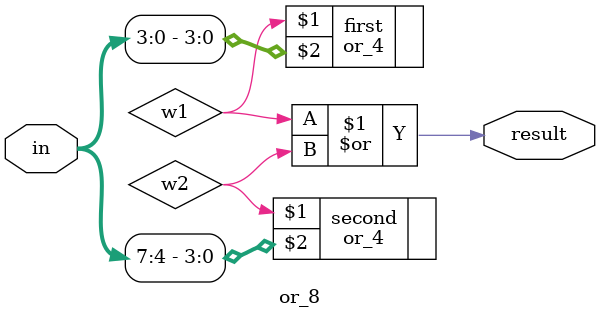
<source format=v>
module or_8(result, in);
	input[7:0] in;
	output result;
	wire w1, w2;

	or_4 first(w1, in[3:0]);
	or_4 second(w2, in[7:4]);
	or(result, w1, w2);
endmodule
</source>
